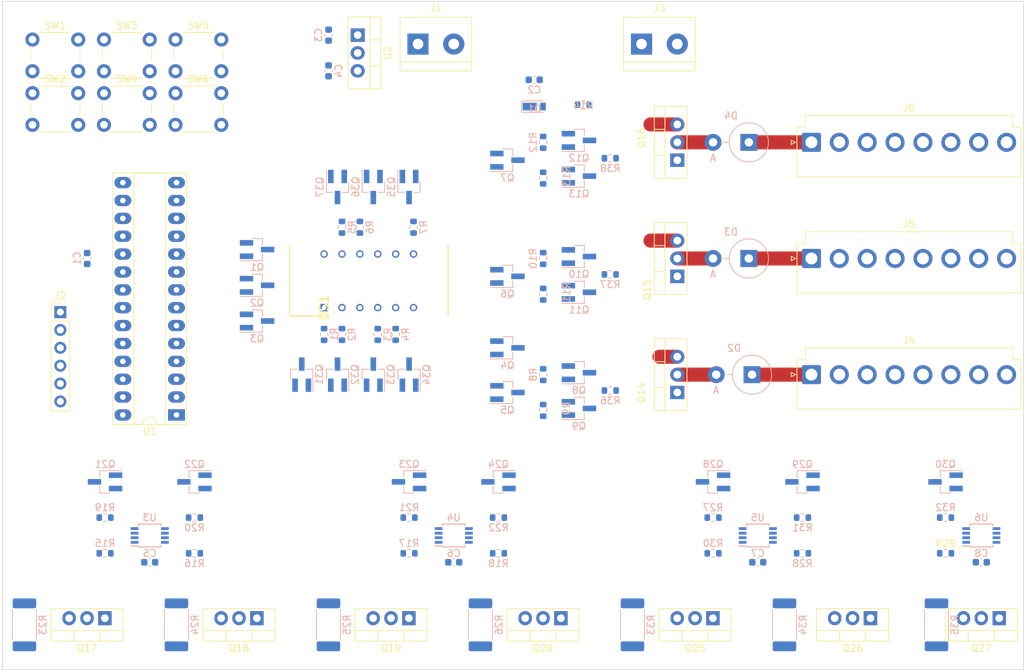
<source format=kicad_pcb>
(kicad_pcb (version 20211014) (generator pcbnew)
  (layers (0 "F.Cu" signal) (31 "B.Cu" signal) (34 "B.Paste" user) (35 "F.Paste" user) (36 "B.SilkS" user "B.Silkscreen") (37 "F.SilkS" user "F.Silkscreen") (38 "B.Mask" user) (39 "F.Mask" user) (44 "Edge.Cuts" user))
  (net 0 "")
  (net 1 "GND")
  (net 2 "+3.3V")
  (net 3 "Net-(C2-Pad2)")
  (net 4 "+12V")
  (net 5 "/anodeOne")
  (net 6 "/anodeTen")
  (net 7 "/anodeHun")
  (net 8 "Net-(DS1-Pad1)")
  (net 9 "Net-(DS1-Pad2)")
  (net 11 "Net-(DS1-Pad4)")
  (net 12 "Net-(DS1-Pad5)")
  (net 14 "Net-(DS1-Pad7)")
  (net 15 "Net-(DS1-Pad8)")
  (net 16 "Net-(DS1-Pad9)")
  (net 17 "Net-(DS1-Pad10)")
  (net 18 "Net-(DS1-Pad11)")
  (net 19 "Net-(DS1-Pad12)")
  (net 20 "/MCLR")
  (net 21 "/PGD")
  (net 22 "/PGC")
  (net 24 "VDD")
  (net 25 "/cathodeA")
  (net 26 "/cathodeB")
  (net 27 "/cathodeC")
  (net 28 "/cathodeD")
  (net 29 "/cathodeE")
  (net 30 "/cathodeF")
  (net 31 "/cathodeG")
  (net 32 "/placeHun")
  (net 33 "/placeTen")
  (net 34 "/placeOne")
  (net 35 "/enable")
  (net 36 "Net-(Q4-Pad3)")
  (net 37 "Net-(Q5-Pad3)")
  (net 38 "Net-(Q6-Pad3)")
  (net 39 "Net-(Q7-Pad3)")
  (net 40 "Net-(Q8-Pad1)")
  (net 41 "Net-(Q10-Pad1)")
  (net 42 "Net-(Q10-Pad3)")
  (net 43 "Net-(Q12-Pad1)")
  (net 44 "Net-(Q12-Pad3)")
  (net 45 "Net-(Q17-Pad1)")
  (net 46 "Net-(Q17-Pad3)")
  (net 47 "Net-(Q18-Pad1)")
  (net 48 "Net-(Q18-Pad3)")
  (net 49 "Net-(Q19-Pad1)")
  (net 50 "Net-(Q19-Pad3)")
  (net 51 "Net-(Q20-Pad1)")
  (net 52 "Net-(Q20-Pad3)")
  (net 53 "/segmentA")
  (net 54 "/Vref")
  (net 55 "/segmentB")
  (net 56 "/segmentD")
  (net 57 "Net-(Q25-Pad1)")
  (net 58 "Net-(Q25-Pad3)")
  (net 59 "Net-(Q26-Pad1)")
  (net 60 "Net-(Q26-Pad3)")
  (net 61 "Net-(Q27-Pad1)")
  (net 62 "Net-(Q27-Pad3)")
  (net 63 "/segmentE")
  (net 64 "/segmentF")
  (net 65 "/segmentG")
  (net 66 "/segmentC")
  (net 67 "Net-(R15-Pad1)")
  (net 68 "Net-(R16-Pad1)")
  (net 69 "Net-(R17-Pad1)")
  (net 70 "Net-(R18-Pad1)")
  (net 71 "Net-(R19-Pad1)")
  (net 72 "Net-(R20-Pad1)")
  (net 73 "Net-(R21-Pad1)")
  (net 74 "Net-(R22-Pad1)")
  (net 75 "Net-(R27-Pad1)")
  (net 76 "Net-(R28-Pad1)")
  (net 77 "Net-(R29-Pad1)")
  (net 78 "Net-(R30-Pad1)")
  (net 79 "Net-(R31-Pad1)")
  (net 80 "Net-(R32-Pad1)")
  (net 81 "/plusHun")
  (net 82 "/minusHun")
  (net 83 "/plusTen")
  (net 84 "/minusTen")
  (net 85 "/plusOne")
  (net 86 "/minusOne")
  (net 87 "/SCL")
  (net 88 "/SDA")
  (net 92 "Net-(Q22-Pad2)")
  (net 93 "Net-(Q30-Pad2)")
  (net 94 "Net-(D2-Pad2)")
  (net 95 "Net-(D3-Pad2)")
  (net 96 "Net-(D4-Pad2)")
  (net 97 "Net-(Q8-Pad3)")
  (net 98 "Net-(Q14-Pad1)")
  (net 99 "Net-(Q15-Pad1)")
  (net 100 "Net-(Q16-Pad1)")
  (net 101 "Net-(Q21-Pad2)")
  (net 102 "Net-(Q23-Pad2)")
  (net 103 "Net-(Q24-Pad2)")
  (net 104 "Net-(Q28-Pad2)")
  (net 105 "Net-(Q29-Pad2)")
  (net 106 "Net-(Q32-Pad3)")
  (net 107 "Net-(Q33-Pad3)")
  (net 108 "Net-(Q34-Pad3)")
  (net 109 "Net-(Q35-Pad3)")
  (net 110 "Net-(Q36-Pad3)")
  (net 111 "Net-(Q37-Pad3)")
  (net 112 "Net-(Q31-Pad3)")
  (footprint "Package_TO_SOT_THT:TO-220-3_Vertical" (layer "F.Cu") (at 191.262 133.675 180)
    (fp_text reference "Q26")
    (fp_text value "TK40E06N1")
  )
  (footprint "Connector_JST:JST_VH_B8P-VH_1x08_P3.96mm_Vertical" (layer "F.Cu") (at 182.88 66.04)
    (fp_text reference "J6")
    (fp_text value "Conn_01x08_Male")
  )
  (footprint "Package_TO_SOT_THT:TO-220-3_Vertical" (layer "F.Cu") (at 82.5298 133.675 180)
    (fp_text reference "Q17")
    (fp_text value "TK40E06N1")
  )
  (footprint "Button_Switch_THT:SW_PUSH_6mm" (layer "F.Cu") (at 92.56 51.435)
    (fp_text reference "SW5")
    (fp_text value "SW_Push")
  )
  (footprint "Button_Switch_THT:SW_PUSH_6mm" (layer "F.Cu") (at 92.56 59.055)
    (fp_text reference "SW6")
    (fp_text value "SW_Push")
  )
  (footprint "2831BS-RIGHT-ANGLE:DIPS762W45P254L2253H610Q12N" (layer "F.Cu") (at 113.665 89.535 90)
    (fp_text reference "DS1")
    (fp_text value "2831BS-RIGHT-ANGLE" hide)
  )
  (footprint "Button_Switch_THT:SW_PUSH_6mm" (layer "F.Cu") (at 72.24 51.435)
    (fp_text reference "SW1")
    (fp_text value "SW_Push")
  )
  (footprint "Package_TO_SOT_THT:TO-220-3_Vertical" (layer "F.Cu") (at 118.435 50.8 -90)
    (fp_text reference "U2")
    (fp_text value "LM2931-3.3_TO220")
  )
  (footprint "Button_Switch_THT:SW_PUSH_6mm" (layer "F.Cu") (at 72.24 59.055)
    (fp_text reference "SW2")
    (fp_text value "SW_Push")
  )
  (footprint "Package_DIP:DIP-28_W7.62mm_Socket_LongPads" (layer "F.Cu") (at 92.7 104.79 180)
    (fp_text reference "U1")
    (fp_text value "PIC16F1516-ISP")
  )
  (footprint "Package_TO_SOT_THT:TO-220-3_Vertical" (layer "F.Cu") (at 163.83 85.09 90)
    (fp_text reference "Q15")
    (fp_text value "2SJ349")
  )
  (footprint "TerminalBlock:TerminalBlock_bornier-2_P5.08mm" (layer "F.Cu") (at 127 52.07)
    (fp_text reference "J1")
    (fp_text value "Conn_01x02_Male")
  )
  (footprint "Package_TO_SOT_THT:TO-220-3_Vertical" (layer "F.Cu") (at 125.7098 133.675 180)
    (fp_text reference "Q19")
    (fp_text value "TK40E06N1")
  )
  (footprint "Connector_JST:JST_VH_B8P-VH_1x08_P3.96mm_Vertical" (layer "F.Cu") (at 182.88 82.55)
    (fp_text reference "J5")
    (fp_text value "Conn_01x08_Male")
  )
  (footprint "Button_Switch_THT:SW_PUSH_6mm" (layer "F.Cu") (at 82.4 59.055)
    (fp_text reference "SW4")
    (fp_text value "SW_Push")
  )
  (footprint "Connector_JST:JST_VH_B8P-VH_1x08_P3.96mm_Vertical" (layer "F.Cu") (at 182.88 99.06)
    (fp_text reference "J4")
    (fp_text value "Conn_01x08_Male")
  )
  (footprint "Package_TO_SOT_THT:TO-220-3_Vertical" (layer "F.Cu") (at 104.1198 133.675 180)
    (fp_text reference "Q18")
    (fp_text value "TK40E06N1")
  )
  (footprint "Package_TO_SOT_THT:TO-220-3_Vertical" (layer "F.Cu") (at 168.8898 133.675 180)
    (fp_text reference "Q25")
    (fp_text value "TK40E06N1")
  )
  (footprint "Connector_PinHeader_2.54mm:PinHeader_1x06_P2.54mm_Vertical" (layer "F.Cu") (at 76.2 90.17)
    (fp_text reference "J2")
    (fp_text value "Conn_01x06_Male")
  )
  (footprint "TerminalBlock:TerminalBlock_bornier-2_P5.08mm" (layer "F.Cu") (at 158.75 52.07)
    (fp_text reference "J3")
    (fp_text value "Conn_01x02_Male")
  )
  (footprint "Package_TO_SOT_THT:TO-220-3_Vertical" (layer "F.Cu") (at 147.2998 133.675 180)
    (fp_text reference "Q20")
    (fp_text value "TK40E06N1")
  )
  (footprint "Package_TO_SOT_THT:TO-220-3_Vertical" (layer "F.Cu") (at 163.83 68.58 90)
    (fp_text reference "Q16")
    (fp_text value "2SJ349")
  )
  (footprint "Button_Switch_THT:SW_PUSH_6mm" (layer "F.Cu") (at 82.4 51.435)
    (fp_text reference "SW3")
    (fp_text value "SW_Push")
  )
  (footprint "Package_TO_SOT_THT:TO-220-3_Vertical" (layer "F.Cu") (at 209.55 133.675 180)
    (fp_text reference "Q27")
    (fp_text value "TK40E06N1")
  )
  (footprint "Package_TO_SOT_THT:TO-220-3_Vertical" (layer "F.Cu") (at 163.83 101.6 90)
    (fp_text reference "Q14")
    (fp_text value "2SJ349")
  )
  (footprint "Resistor_SMD:R_2512_6332Metric_Pad1.40x3.35mm_HandSolder" (layer "B.Cu") (at 92.6898 134.62 90)
    (fp_text reference "R24")
    (fp_text value "1.0")
  )
  (footprint "Diode_THT:D_DO-27_P5.08mm_Vertical_AnodeUp" (layer "B.Cu") (at 173.99 82.55 180)
    (fp_text reference "D3")
    (fp_text value "ER504")
  )
  (footprint "Package_TO_SOT_SMD:SOT-23_Handsoldering" (layer "B.Cu") (at 125.73 99.06 90)
    (fp_text reference "Q34")
    (fp_text value "BSS138")
  )
  (footprint "Resistor_SMD:R_2512_6332Metric_Pad1.40x3.35mm_HandSolder" (layer "B.Cu") (at 179.0498 134.62 90)
    (fp_text reference "R34")
    (fp_text value "1.0")
  )
  (footprint "Package_SO:TSSOP-8_3x3mm_P0.65mm" (layer "B.Cu") (at 175.26 121.92)
    (fp_text reference "U5")
    (fp_text value "LM358")
  )
  (footprint "Resistor_SMD:R_0603_1608Metric" (layer "B.Cu") (at 181.61 119.38)
    (fp_text reference "R31")
    (fp_text value "1k")
  )
  (footprint "Package_TO_SOT_SMD:SOT-23_Handsoldering" (layer "B.Cu") (at 139.7 101.6)
    (fp_text reference "Q5")
    (fp_text value "BSS138")
  )
  (footprint "Package_TO_SOT_SMD:SOT-23_Handsoldering" (layer "B.Cu") (at 125.73 114.3 180)
    (fp_text reference "Q23")
    (fp_text value "BSS138")
  )
  (footprint "Resistor_SMD:R_0603_1608Metric" (layer "B.Cu") (at 95.25 124.46)
    (fp_text reference "R16")
    (fp_text value "20")
  )
  (footprint "Package_TO_SOT_SMD:SOT-23_Handsoldering" (layer "B.Cu") (at 110.49 99.06 90)
    (fp_text reference "Q31")
    (fp_text value "BSS138")
  )
  (footprint "Capacitor_SMD:C_0603_1608Metric" (layer "B.Cu") (at 143.51 57.15)
    (fp_text reference "C2")
    (fp_text value "1u")
  )
  (footprint "Package_SO:TSSOP-8_3x3mm_P0.65mm" (layer "B.Cu") (at 88.9 121.92)
    (fp_text reference "U3")
    (fp_text value "LM358")
  )
  (footprint "Resistor_SMD:R_0603_1608Metric" (layer "B.Cu") (at 201.93 119.38 180)
    (fp_text reference "R32")
    (fp_text value "1k")
  )
  (footprint "Resistor_SMD:R_2512_6332Metric_Pad1.40x3.35mm_HandSolder" (layer "B.Cu") (at 114.2798 134.62 90)
    (fp_text reference "R25")
    (fp_text value "1.0")
  )
  (footprint "Capacitor_SMD:C_0603_1608Metric" (layer "B.Cu") (at 175.26 125.73 180)
    (fp_text reference "C7")
    (fp_text value "0.1u")
  )
  (footprint "Package_TO_SOT_SMD:SOT-23_Handsoldering" (layer "B.Cu") (at 120.65 99.06 90)
    (fp_text reference "Q33")
    (fp_text value "BSS138")
  )
  (footprint "Resistor_SMD:R_0603_1608Metric" (layer "B.Cu") (at 154.305 101.325)
    (fp_text reference "R36")
    (fp_text value "20")
  )
  (footprint "Resistor_SMD:R_0603_1608Metric" (layer "B.Cu") (at 125.73 124.46 180)
    (fp_text reference "R17")
    (fp_text value "20")
  )
  (footprint "Resistor_SMD:R_0603_1608Metric" (layer "B.Cu") (at 144.78 82.55 -90)
    (fp_text reference "R10")
    (fp_text value "3.3k")
  )
  (footprint "Resistor_SMD:R_0603_1608Metric" (layer "B.Cu") (at 144.78 104.14 90)
    (fp_text reference "R9")
    (fp_text value "10k")
  )
  (footprint "Resistor_SMD:R_2512_6332Metric_Pad1.40x3.35mm_HandSolder" (layer "B.Cu") (at 71.0998 134.62 90)
    (fp_text reference "R23")
    (fp_text value "1.0")
  )
  (footprint "Package_TO_SOT_SMD:SOT-23_Handsoldering" (layer "B.Cu") (at 168.91 114.3 180)
    (fp_text reference "Q28")
    (fp_text value "BSS138")
  )
  (footprint "Package_TO_SOT_SMD:SOT-23_Handsoldering" (layer "B.Cu") (at 149.86 103.865)
    (fp_text reference "Q9")
    (fp_text value "BSS138")
  )
  (footprint "Capacitor_SMD:C_0603_1608Metric" (layer "B.Cu") (at 88.9 125.73 180)
    (fp_text reference "C5")
    (fp_text value "0.1u")
  )
  (footprint "Capacitor_SMD:C_0603_1608Metric" (layer "B.Cu") (at 114.3 55.88 90)
    (fp_text reference "C4")
    (fp_text value "10u")
  )
  (footprint "Package_TO_SOT_SMD:SOT-23_Handsoldering" (layer "B.Cu") (at 139.7 68.58)
    (fp_text reference "Q7")
    (fp_text value "BSS138")
  )
  (footprint "Resistor_SMD:R_0603_1608Metric" (layer "B.Cu") (at 168.91 124.46 180)
    (fp_text reference "R30")
    (fp_text value "1k")
  )
  (footprint "Package_TO_SOT_SMD:SOT-23_Handsoldering" (layer "B.Cu") (at 82.55 114.3 180)
    (fp_text reference "Q21")
    (fp_text value "BSS138")
  )
  (footprint "Package_TO_SOT_SMD:SOT-23_Handsoldering" (layer "B.Cu") (at 149.86 65.765)
    (fp_text reference "Q12")
    (fp_text value "BSS84")
  )
  (footprint "Capacitor_SMD:C_0603_1608Metric" (layer "B.Cu") (at 80.01 82.55 -90)
    (fp_text reference "C1")
    (fp_text value "0.1u")
  )
  (footprint "Package_TO_SOT_SMD:SOT-23_Handsoldering" (layer "B.Cu") (at 138.43 114.3 180)
    (fp_text reference "Q24")
    (fp_text value "BSS138")
  )
  (footprint "Resistor_SMD:R_0603_1608Metric" (layer "B.Cu") (at 181.61 124.46)
    (fp_text reference "R28")
    (fp_text value "20")
  )
  (footprint "Package_SO:TSSOP-8_3x3mm_P0.65mm" (layer "B.Cu") (at 132.08 121.92)
    (fp_text reference "U4")
    (fp_text value "LM358")
  )
  (footprint "Diode_THT:D_DO-27_P5.08mm_Vertical_AnodeUp" (layer "B.Cu") (at 174.44 99.06 180)
    (fp_text reference "D2")
    (fp_text value "ER504")
  )
  (footprint "Capacitor_SMD:C_0603_1608Metric" (layer "B.Cu") (at 207.01 125.73 180)
    (fp_text reference "C8")
    (fp_text value "0.1u")
  )
  (footprint "Package_SO:TSSOP-8_3x3mm_P0.65mm" (layer "B.Cu") (at 207.01 121.92)
    (fp_text reference "U6")
    (fp_text value "LM358")
  )
  (footprint "Resistor_SMD:R_0603_1608Metric" (layer "B.Cu") (at 144.78 71.12 90)
    (fp_text reference "R13")
    (fp_text value "10k")
  )
  (footprint "Resistor_SMD:R_0603_1608Metric" (layer "B.Cu") (at 121.285 93.345 90)
    (fp_text reference "R3")
    (fp_text value "1k")
  )
  (footprint "Package_TO_SOT_SMD:SOT-23_Handsoldering" (layer "B.Cu") (at 104.14 91.44)
    (fp_text reference "Q3")
    (fp_text value "BSS84")
  )
  (footprint "Package_TO_SOT_SMD:SOT-23_Handsoldering" (layer "B.Cu") (at 115.57 72.39 -90)
    (fp_text reference "Q37")
    (fp_text value "BSS138")
  )
  (footprint "Resistor_SMD:R_0603_1608Metric" (layer "B.Cu") (at 138.43 119.38)
    (fp_text reference "R22")
    (fp_text value "1k")
  )
  (footprint "Resistor_SMD:R_0603_1608Metric" (layer "B.Cu") (at 154.305 68.305)
    (fp_text reference "R38")
    (fp_text value "20")
  )
  (footprint "Resistor_SMD:R_0603_1608Metric" (layer "B.Cu") (at 168.91 119.38 180)
    (fp_text reference "R27")
    (fp_text value "20")
  )
  (footprint "Package_TO_SOT_SMD:SOT-23_Handsoldering" (layer "B.Cu") (at 149.86 82.275)
    (fp_text reference "Q10")
    (fp_text value "BSS84")
  )
  (footprint "Resistor_SMD:R_0603_1608Metric" (layer "B.Cu") (at 201.93 124.46 180)
    (fp_text reference "R29")
    (fp_text value "20")
  )
  (footprint "Package_TO_SOT_SMD:SOT-23_Handsoldering" (layer "B.Cu") (at 95.25 114.3 180)
    (fp_text reference "Q22")
    (fp_text value "BSS138")
  )
  (footprint "Resistor_SMD:R_0603_1608Metric" (layer "B.Cu") (at 95.25 119.38)
    (fp_text reference "R20")
    (fp_text value "1k")
  )
  (footprint "Resistor_SMD:R_0603_1608Metric" (layer "B.Cu") (at 144.78 66.04 -90)
    (fp_text reference "R12")
    (fp_text value "3.3k")
  )
  (footprint "Resistor_SMD:R_0603_1608Metric" (layer "B.Cu") (at 138.43 124.46)
    (fp_text reference "R18")
    (fp_text value "20")
  )
  (footprint "Package_TO_SOT_SMD:SOT-23_Handsoldering" (layer "B.Cu") (at 104.14 81.28)
    (fp_text reference "Q1")
    (fp_text value "BSS84")
  )
  (footprint "Resistor_SMD:R_0603_1608Metric" (layer "B.Cu") (at 113.665 93.345 90)
    (fp_text reference "R1")
    (fp_text value "1k")
  )
  (footprint "Resistor_SMD:R_0603_1608Metric" (layer "B.Cu") (at 116.205 78.105 90)
    (fp_text reference "R5")
    (fp_text value "1k")
  )
  (footprint "Package_TO_SOT_SMD:SOT-23_Handsoldering" (layer "B.Cu") (at 125.73 72.39 -90)
    (fp_text reference "Q35")
    (fp_text value "BSS138")
  )
  (footprint "Package_TO_SOT_SMD:SOT-23_Handsoldering" (layer "B.Cu") (at 115.57 99.06 90)
    (fp_text reference "Q32")
    (fp_text value "BSS138")
  )
  (footprint "Resistor_SMD:R_2512_6332Metric_Pad1.40x3.35mm_HandSolder" (layer "B.Cu") (at 135.8698 134.62 90)
    (fp_text reference "R26")
    (fp_text value "1.0")
  )
  (footprint "Package_TO_SOT_SMD:SOT-23_Handsoldering" (layer "B.Cu") (at 120.65 72.39 -90)
    (fp_text reference "Q36")
    (fp_text value "BSS138")
  )
  (footprint "Resistor_SMD:R_0603_1608Metric" (layer "B.Cu") (at 144.78 99.06 -90)
    (fp_text reference "R8")
    (fp_text value "3.3k")
  )
  (footprint "Resistor_SMD:R_0603_1608Metric" (layer "B.Cu") (at 144.78 87.63 90)
    (fp_text reference "R11")
    (fp_text value "10k")
  )
  (footprint "Resistor_SMD:R_0603_1608Metric" (layer "B.Cu") (at 150.495 60.685)
    (fp_text reference "R14")
    (fp_text value "10k")
  )
  (footprint "Package_TO_SOT_SMD:SOT-23_Handsoldering" (layer "B.Cu") (at 149.86 87.355)
    (fp_text reference "Q11")
    (fp_text value "BSS138")
  )
  (footprint "Package_TO_SOT_SMD:SOT-23_Handsoldering" (layer "B.Cu") (at 104.14 86.36)
    (fp_text reference "Q2")
    (fp_text value "BSS84")
  )
  (footprint "Resistor_SMD:R_0603_1608Metric" (layer "B.Cu") (at 125.73 119.38 180)
    (fp_text reference "R21")
    (fp_text value "1k")
  )
  (footprint "Resistor_SMD:R_2512_6332Metric_Pad1.40x3.35mm_HandSolder" (layer "B.Cu") (at 157.4598 134.62 90)
    (fp_text reference "R33")
    (fp_text value "1.0")
  )
  (footprint "Package_TO_SOT_SMD:SOT-23_Handsoldering" (layer "B.Cu") (at 139.7 85.09)
    (fp_text reference "Q6")
    (fp_text value "BSS138")
  )
  (footprint "Resistor_SMD:R_0603_1608Metric" (layer "B.Cu") (at 123.825 93.345 90)
    (fp_text reference "R4")
    (fp_text value "1k")
  )
  (footprint "Package_TO_SOT_SMD:SOT-23_Handsoldering" (layer "B.Cu") (at 201.93 114.3 180)
    (fp_text reference "Q30")
    (fp_text value "BSS138")
  )
  (footprint "Package_TO_SOT_SMD:SOT-23_Handsoldering" (layer "B.Cu") (at 149.86 98.785)
    (fp_text reference "Q8")
    (fp_text value "BSS84")
  )
  (footprint "Resistor_SMD:R_0603_1608Metric" (layer "B.Cu") (at 82.55 119.38 180)
    (fp_text reference "R19")
    (fp_text value "1k")
  )
  (footprint "Capacitor_SMD:C_0603_1608Metric" (layer "B.Cu") (at 114.3 50.8 -90)
    (fp_text reference "C3")
    (fp_text value "10u")
  )
  (footprint "Resistor_SMD:R_2512_6332Metric_Pad1.40x3.35mm_HandSolder" (layer "B.Cu") (at 200.6398 134.62 90)
    (fp_text reference "R35")
    (fp_text value "1.0")
  )
  (footprint "Resistor_SMD:R_0603_1608Metric" (layer "B.Cu") (at 126.365 78.105 90)
    (fp_text reference "R7")
    (fp_text value "1k")
  )
  (footprint "Diode_SMD:D_TUMD2" (layer "B.Cu") (at 143.51 60.96)
    (fp_text reference "D1")
    (fp_text value "GDZJ112C")
  )
  (footprint "Capacitor_SMD:C_0603_1608Metric" (layer "B.Cu") (at 132.08 125.73 180)
    (fp_text reference "C6")
    (fp_text value "0.1u")
  )
  (footprint "Resistor_SMD:R_0603_1608Metric" (layer "B.Cu") (at 154.305 84.815)
    (fp_text reference "R37")
    (fp_text value "20")
  )
  (footprint "Resistor_SMD:R_0603_1608Metric" (layer "B.Cu") (at 82.55 124.46 180)
    (fp_text reference "R15")
    (fp_text value "20")
  )
  (footprint "Package_TO_SOT_SMD:SOT-23_Handsoldering" (layer "B.Cu") (at 181.61 114.3 180)
    (fp_text reference "Q29")
    (fp_text value "BSS138")
  )
  (footprint "Resistor_SMD:R_0603_1608Metric" (layer "B.Cu") (at 118.745 78.105 90)
    (fp_text reference "R6")
    (fp_text value "1k")
  )
  (footprint "Package_TO_SOT_SMD:SOT-23_Handsoldering" (layer "B.Cu") (at 139.7 95.25)
    (fp_text reference "Q4")
    (fp_text value "BSS138")
  )
  (footprint "Diode_THT:D_DO-27_P5.08mm_Vertical_AnodeUp" (layer "B.Cu") (at 173.99 66.04 180)
    (fp_text reference "D4")
    (fp_text value "ER504")
  )
  (footprint "Resistor_SMD:R_0603_1608Metric" (layer "B.Cu") (at 116.205 93.345 90)
    (fp_text reference "R2")
    (fp_text value "1k")
  )
  (footprint "Package_TO_SOT_SMD:SOT-23_Handsoldering" (layer "B.Cu") (at 149.86 70.845)
    (fp_text reference "Q13")
    (fp_text value "BSS138")
  )
  (gr_line (start 68 46) (end 68 141) (layer "Edge.Cuts") (width 0.1))
  (gr_line (start 68 141) (end 213 141) (layer "Edge.Cuts") (width 0.1))
  (gr_line (start 213 46) (end 68 46) (layer "Edge.Cuts") (width 0.1))
  (gr_line (start 213 141) (end 213 46) (layer "Edge.Cuts") (width 0.1))
  (segment locked (start 174.44 99.06) (end 182.88 99.06) (width 2) (layer "F.Cu") (net 5))
  (segment locked (start 173.99 82.55) (end 182.88 82.55) (width 2) (layer "F.Cu") (net 6))
  (segment locked (start 173.99 66.04) (end 182.88 66.04) (width 2) (layer "F.Cu") (net 7))
  (segment locked (start 163.83 80.01) (end 160.02 80.01) (width 2) (layer "F.Cu") (net 24))
  (segment locked (start 163.83 63.5) (end 160.02 63.5) (width 2) (layer "F.Cu") (net 24))
  (segment locked (start 163.83 96.52) (end 161.29 96.52) (width 2) (layer "F.Cu") (net 24))
  (segment locked (start 163.83 99.06) (end 169.36 99.06) (width 2) (layer "F.Cu") (net 94))
  (segment locked (start 168.91 82.55) (end 163.83 82.55) (width 2) (layer "F.Cu") (net 95))
  (segment locked (start 163.83 66.04) (end 168.91 66.04) (width 2) (layer "F.Cu") (net 96))
)
</source>
